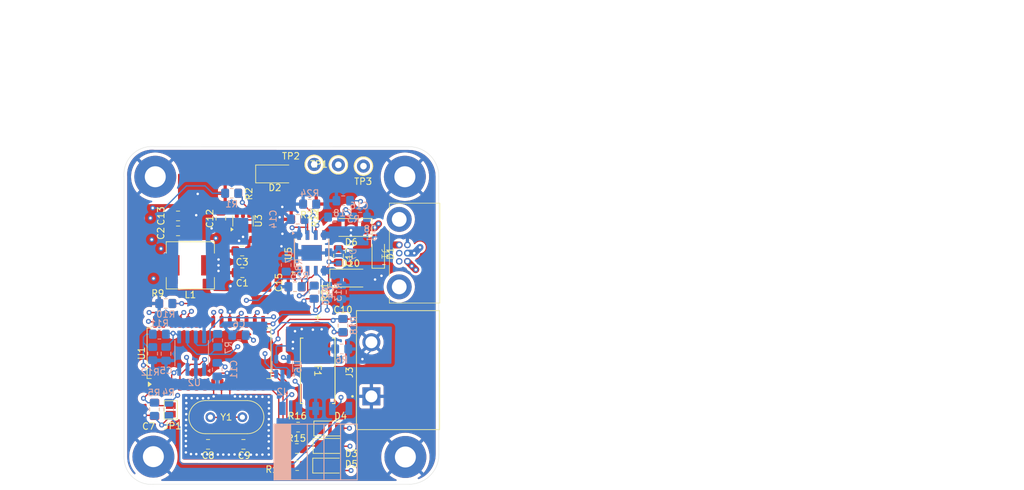
<source format=kicad_pcb>
(kicad_pcb (version 20240108) (generator "pcbnew") (generator_version "8.0")
  (layers (0 "F.Cu" signal) (1 "In1.Cu" signal) (2 "In2.Cu" signal) (31 "B.Cu" signal) (34 "B.Paste" user) (35 "F.Paste" user) (36 "B.SilkS" user "B.Silkscreen") (37 "F.SilkS" user "F.Silkscreen") (38 "B.Mask" user) (39 "F.Mask" user) (44 "Edge.Cuts" user))
  (net 0 "")
  (net 1 "+12V")
  (net 2 "GND")
  (net 3 "+5V")
  (net 4 "Net-(JP1-A)")
  (net 5 "/OSC1")
  (net 6 "/OSC2")
  (net 7 "/5V_Current_Sense")
  (net 8 "/12V_Current_Sense")
  (net 9 "/Charge_Line")
  (net 10 "Net-(D3-K)")
  (net 11 "Net-(D4-K)")
  (net 12 "Net-(D5-K)")
  (net 13 "/CANL")
  (net 14 "+5V_SW")
  (net 15 "/CANH")
  (net 16 "/ICSPCLK")
  (net 17 "/~{MCLR}")
  (net 18 "/ICSPDAT")
  (net 19 "Net-(U1-~{MCLR})")
  (net 20 "/BATT_Voltage_Sense")
  (net 21 "/5V_Voltage_Sense")
  (net 22 "/Red_LED")
  (net 23 "/Blue_LED")
  (net 24 "/White_LED")
  (net 25 "/CAN_TX")
  (net 26 "/CAN_RX")
  (net 27 "/12V_Fuse_FLT")
  (net 28 "+BATT")
  (net 29 "/BATT_Current_Sense")
  (net 30 "/Charge Circuitry+12V-5V Buck/SW_PIN")
  (net 31 "/5V_Fuse_FLT")
  (net 32 "Net-(U7-DVDT)")
  (net 33 "Net-(U5-DVDT)")
  (net 34 "/Charge Circuitry+12V-5V Buck/BATT_ISense_-")
  (net 35 "/Charge Circuitry+12V-5V Buck/BATT_ISense_+")
  (net 36 "Net-(U7-OVCSEL)")
  (net 37 "Net-(R18-Pad2)")
  (net 38 "/12V_RST")
  (net 39 "/5V_Fuse_RST{slash}EN")
  (net 46 "Net-(U3-VBST)")
  (net 47 "Net-(U3-VFB)")
  (net 48 "/Charge Circuitry+12V-5V Buck/Buck_In")
  (net 50 "Net-(D6-A)")
  (net 51 "/Charge Circuitry+12V-5V Buck/12V_Fuse_In")
  (footprint "Diode_SMD:D_SOD-128" (layer "F.Cu") (at 169.7575 82.11 180)
    (property "Reference" "D6")
    (property "Value" "PMEG3030EP")
  )
  (footprint "Diode_SMD:Nexperia_CFP3_SOD-123W" (layer "F.Cu") (at 173.88 86.0775 90)
    (property "Reference" "D1")
    (property "Value" "PMEG2010ER")
  )
  (footprint "LED_SMD:LED_1206_3216Metric_Pad1.42x1.75mm_HandSolder" (layer "F.Cu") (at 166.4025 115.46)
    (property "Reference" "D3")
    (property "Value" "RED")
  )
  (footprint "MountingHole:MountingHole_3.2mm_M3_Pad" (layer "F.Cu") (at 178.02 117.15)
    (property "Reference" "H1" (hide yes))
    (property "Value" "MountingHole_Pad")
  )
  (footprint "Resistor_SMD:R_0805_2012Metric_Pad1.20x1.40mm_HandSolder" (layer "F.Cu") (at 151.51 76.89 180)
    (property "Reference" "R2")
    (property "Value" "10k")
  )
  (footprint "MountingHole:MountingHole_3.2mm_M3_Pad" (layer "F.Cu") (at 139.55 117.1)
    (property "Reference" "H4" (hide yes))
    (property "Value" "MountingHole_Pad")
  )
  (footprint "TestPoint:TestPoint_Keystone_5000-5004_Miniature" (layer "F.Cu") (at 164.1 72.49)
    (property "Reference" "TP2")
    (property "Value" "5V_SW")
  )
  (footprint "Resistor_SMD:R_0805_2012Metric_Pad1.20x1.40mm_HandSolder" (layer "F.Cu") (at 161.645 112.59 180)
    (property "Reference" "R16")
    (property "Value" "120R")
  )
  (footprint "Capacitor_SMD:C_0805_2012Metric_Pad1.18x1.45mm_HandSolder" (layer "F.Cu") (at 168.51 97.1325 90)
    (property "Reference" "C10")
    (property "Value" "1.6nF")
  )
  (footprint "Capacitor_SMD:C_0805_2012Metric_Pad1.18x1.45mm_HandSolder" (layer "F.Cu") (at 143.3175 82.635)
    (property "Reference" "C2")
    (property "Value" "22uF")
  )
  (footprint "TPS259620DDAR:SOIC_20DDAR_TEX" (layer "F.Cu") (at 163.72 85.98 90)
    (property "Reference" "U5")
    (property "Value" "TPS259620DDAR")
  )
  (footprint "Diode_SMD:D_SOD-128" (layer "F.Cu") (at 158.33 73.94)
    (property "Reference" "D2")
    (property "Value" "PMEG3030EP")
  )
  (footprint "canhw_footprints:connector_Harwin_G125–MG10605M4P" (layer "F.Cu") (at 177.08 86.03 90)
    (property "Reference" "J1")
    (property "Value" "Harwin_G125–MH10605M4P")
  )
  (footprint "Resistor_SMD:R_0805_2012Metric_Pad1.20x1.40mm_HandSolder" (layer "F.Cu") (at 141.45 93.72)
    (property "Reference" "R9")
    (property "Value" "220k")
  )
  (footprint "Resistor_SMD:R_0805_2012Metric_Pad1.20x1.40mm_HandSolder" (layer "F.Cu") (at 161.59 80.87 180)
    (property "Reference" "R22")
    (property "Value" "475R")
  )
  (footprint "Capacitor_SMD:C_0805_2012Metric_Pad1.18x1.45mm_HandSolder" (layer "F.Cu") (at 153.2975 115.22 180)
    (property "Reference" "C9")
    (property "Value" "27pF")
  )
  (footprint "LED_SMD:LED_1206_3216Metric_Pad1.42x1.75mm_HandSolder" (layer "F.Cu") (at 166.5075 112.8)
    (property "Reference" "D4")
    (property "Value" "BLUE")
  )
  (footprint "Resistor_SMD:R_0805_2012Metric_Pad1.20x1.40mm_HandSolder" (layer "F.Cu") (at 161.45 115.86 180)
    (property "Reference" "R15")
    (property "Value" "220R")
  )
  (footprint "Capacitor_SMD:C_0805_2012Metric_Pad1.18x1.45mm_HandSolder" (layer "F.Cu") (at 153.0975 85.705 180)
    (property "Reference" "C3")
    (property "Value" "10uF")
  )
  (footprint "0154005.DRL:0154Series_LTF" (layer "F.Cu") (at 164.64 103.9923 -90)
    (property "Reference" "F1")
    (property "Value" "0154005.DRL")
  )
  (footprint "Capacitor_SMD:C_0805_2012Metric_Pad1.18x1.45mm_HandSolder" (layer "F.Cu") (at 153.135 89.015 180)
    (property "Reference" "C1")
    (property "Value" "10uF")
  )
  (footprint "Diode_SMD:D_SOD-128" (layer "F.Cu") (at 169.64 89.84)
    (property "Reference" "D10")
    (property "Value" "PMEG3030EP")
  )
  (footprint "Resistor_SMD:R_0805_2012Metric_Pad1.20x1.40mm_HandSolder" (layer "F.Cu") (at 163.41 78.54 180)
    (property "Reference" "R23")
    (property "Value" "400k")
  )
  (footprint "Package_SO:SOIC-28W_7.5x18.7mm_P1.27mm" (layer "F.Cu") (at 148.05 101.32 90)
    (property "Reference" "U1")
    (property "Value" "PIC18F26K83-I/SO")
  )
  (footprint "MountingHole:MountingHole_3.2mm_M3_Pad" (layer "F.Cu") (at 139.84 74.37)
    (property "Reference" "H3" (hide yes))
    (property "Value" "MountingHole_Pad")
  )
  (footprint "Package_TO_SOT_SMD:SOT-23-6" (layer "F.Cu") (at 153.235 81.115 90)
    (property "Reference" "U3")
    (property "Value" "TPS563200")
  )
  (footprint "Capacitor_SMD:C_0805_2012Metric_Pad1.18x1.45mm_HandSolder" (layer "F.Cu") (at 149.85 80.7425 90)
    (property "Reference" "C12")
    (property "Value" "100nF")
  )
  (footprint "LED_SMD:LED_1206_3216Metric_Pad1.42x1.75mm_HandSolder" (layer "F.Cu") (at 166.3375 118.47)
    (property "Reference" "D5")
    (property "Value" "WHITE")
  )
  (footprint "TestPoint:TestPoint_Keystone_5000-5004_Miniature" (layer "F.Cu") (at 171.62 72.75)
    (property "Reference" "TP3")
    (property "Value" "12V_Voltage")
  )
  (footprint "Resistor_SMD:R_0805_2012Metric_Pad1.20x1.40mm_HandSolder" (layer "F.Cu") (at 161.5 118.47 180)
    (property "Reference" "R17")
    (property "Value" "120R")
  )
  (footprint "Resistor_SMD:R_0805_2012Metric_Pad1.20x1.40mm_HandSolder" (layer "F.Cu") (at 164.08 91.99 -90)
    (property "Reference" "R21")
    (property "Value" "50k")
  )
  (footprint "Capacitor_SMD:C_0805_2012Metric_Pad1.18x1.45mm_HandSolder" (layer "F.Cu") (at 143.3175 80.355)
    (property "Reference" "C13")
    (property "Value" "22uF")
  )
  (footprint "Capacitor_SMD:C_0805_2012Metric_Pad1.18x1.45mm_HandSolder" (layer "F.Cu") (at 139.73 109.8825 -90)
    (property "Reference" "C7")
    (property "Value" "0.1uF")
  )
  (footprint "Inductor_SMD:L_Wuerth_HCM-7050" (layer "F.Cu") (at 145.19 87.89 180)
    (property "Reference" "L1")
    (property "Value" "3.3uH")
  )
  (footprint "Capacitor_SMD:C_0805_2012Metric_Pad1.18x1.45mm_HandSolder" (layer "F.Cu") (at 147.8975 115.22)
    (property "Reference" "C8")
    (property "Value" "27pF")
  )
  (footprint "Capacitor_SMD:C_0805_2012Metric_Pad1.18x1.45mm_HandSolder" (layer "F.Cu") (at 161.1825 91.16 180)
    (property "Reference" "C15")
    (property "Value" "4.2nF")
  )
  (footprint "Jumper:SolderJumper-2_P1.3mm_Open_Pad1.0x1.5mm" (layer "F.Cu") (at 142.21 109.96 -90)
    (property "Reference" "JP1")
    (property "Value" "Solder Jumper")
  )
  (footprint "canhw_footprints:TE_2-1437667-4" (layer "F.Cu") (at 172.8305 107.8905 90)
    (property "Reference" "J3")
    (property "Value" "4DB-P108-02")
  )
  (footprint "Crystal:Crystal_HC49-4H_Vertical" (layer "F.Cu") (at 153.135 111.07 180)
    (property "Reference" "Y1")
    (property "Value" "12 MHz")
  )
  (footprint "MountingHole:MountingHole_3.2mm_M3_Pad" (layer "F.Cu") (at 177.94 74.37)
    (property "Reference" "H2" (hide yes))
    (property "Value" "MountingHole_Pad")
  )
  (footprint "Capacitor_SMD:C_0805_2012Metric_Pad1.18x1.45mm_HandSolder" (layer "F.Cu") (at 167.8125 86.437075 90)
    (property "Reference" "C17")
    (property "Value" "0.1uF")
  )
  (footprint "TestPoint:TestPoint_Keystone_5000-5004_Miniature" (layer "F.Cu") (at 167.79 72.55)
    (property "Reference" "TP1")
    (property "Value" "5V")
  )
  (footprint "TPS259620DDAR:SOIC_20DDAR_TEX" (layer "B.Cu") (at 163.6975 86 -90)
    (property "Reference" "U7")
    (property "Value" "TPS259620DDAR")
  )
  (footprint "Capacitor_SMD:C_0805_2012Metric_Pad1.18x1.45mm_HandSolder" (layer "B.Cu") (at 171.11 80.56)
    (property "Reference" "C16")
    (property "Value" "0.1uF")
  )
  (footprint "Resistor_SMD:R_0805_2012Metric_Pad1.20x1.40mm_HandSolder" (layer "B.Cu") (at 159.82 87.85 90)
    (property "Reference" "R8")
    (property "Value" "400k")
  )
  (footprint "Capacitor_SMD:C_0805_2012Metric_Pad1.18x1.45mm_HandSolder" (layer "B.Cu") (at 152.6125 98.55 180)
    (property "Reference" "C6")
    (property "Value" "0.1uF")
  )
  (footprint "Resistor_SMD:R_0805_2012Metric_Pad1.20x1.40mm_HandSolder" (layer "B.Cu") (at 140.46 98.41 180)
    (property "Reference" "R11")
    (property "Value" "15k")
  )
  (footprint "Resistor_SMD:R_0805_2012Metric_Pad1.20x1.40mm_HandSolder" (layer "B.Cu") (at 161.1675 91.15 180)
    (property "Reference" "R25")
    (property "Value" "475R")
  )
  (footprint "Resistor_SMD:R_0805_2012Metric_Pad1.20x1.40mm_HandSolder" (layer "B.Cu") (at 164.09 91.99 90)
    (property "Reference" "R20")
    (property "Value" "400k")
  )
  (footprint "Capacitor_SMD:C_0805_2012Metric_Pad1.18x1.45mm_HandSolder" (layer "B.Cu") (at 168.5275 78.03 180)
    (property "Reference" "C18")
    (property "Value" "1uF")
  )
  (footprint "Capacitor_SMD:C_0805_2012Metric_Pad1.18x1.45mm_HandSolder" (layer "B.Cu") (at 149.3 103.8125 -90)
    (property "Reference" "C11")
    (property "Value" "1.0uF")
  )
  (footprint "Resistor_SMD:R_0805_2012Metric_Pad1.20x1.40mm_HandSolder" (layer "B.Cu") (at 139.71 109.86 -90)
    (property "Reference" "R5")
    (property "Value" "120R")
  )
  (footprint "Tutorial_Footprints:PinHeader_5x2.54_SMD_90deg_952-3198-1-ND" (layer "B.Cu") (at 159.24 109.74)
    (property "Reference" "J2")
    (property "Value" "Programming Connector")
  )
  (footprint "Capacitor_SMD:C_0805_2012Metric_Pad1.18x1.45mm_HandSolder" (layer "B.Cu") (at 168.2575 91.98 -90)
    (property "Reference" "C4")
    (property "Value" "1uF")
  )
  (footprint "Resistor_SMD:R_0805_2012Metric_Pad1.20x1.40mm_HandSolder" (layer "B.Cu") (at 167.2175 80.53 180)
    (property "Reference" "R3")
    (property "Value" "20k")
  )
  (footprint "Resistor_SMD:R_0805_2012Metric_Pad1.20x1.40mm_HandSolder" (layer "B.Cu") (at 141.89 109.87 -90)
    (property "Reference" "R4")
    (property "Value" "10k")
  )
  (footprint "Package_SO:SOIC-8_3.9x4.9mm_P1.27mm" (layer "B.Cu") (at 145.395 101.305 90)
    (property "Reference" "U2")
    (property "Value" "MCP2562")
  )
  (footprint "Resistor_SMD:R_0805_2012Metric_Pad1.20x1.40mm_HandSolder" (layer "B.Cu") (at 163.41 78.55 180)
    (property "Reference" "R24")
    (property "Value" "50k")
  )
  (footprint "Resistor_SMD:R_0805_2012Metric_Pad1.20x1.40mm_HandSolder" (layer "B.Cu") (at 166.1275 91.99 90)
    (property "Reference" "R13")
    (property "Value" "20k")
  )
  (footprint "Resistor_SMD:R_0805_2012Metric_Pad1.20x1.40mm_HandSolder" (layer "B.Cu") (at 149.36 99.36 -90)
    (property "Reference" "R7")
    (property "Value" "120R (DNP)")
  )
  (footprint "Package_TO_SOT_SMD:SOT-23-5" (layer "B.Cu") (at 159.25 103.35 90)
    (property "Reference" "U6")
    (property "Value" "INA180A3")
  )
  (footprint "Resistor_SMD:R_0805_2012Metric_Pad1.20x1.40mm_HandSolder" (layer "B.Cu") (at 151.5 76.89)
    (property "Reference" "R1")
    (property "Value" "56.2k")
  )
  (footprint "Resistor_SMD:R_0805_2012Metric_Pad1.20x1.40mm_HandSolder" (layer "B.Cu") (at 168.3 100.66)
    (property "Reference" "R6")
    (property "Value" "10mR")
  )
  (footprint "Resistor_SMD:R_0805_2012Metric_Pad1.20x1.40mm_HandSolder" (layer "B.Cu") (at 141.44 93.72)
    (property "Reference" "R10")
    (property "Value" "47k")
  )
  (footprint "Resistor_SMD:R_0805_2012Metric_Pad1.20x1.40mm_HandSolder" (layer "B.Cu") (at 139.44 101.37 90)
    (property "Reference" "R12")
    (property "Value" "10k")
  )
  (footprint "Capacitor_SMD:C_0805_2012Metric_Pad1.18x1.45mm_HandSolder" (layer "B.Cu") (at 141.48 101.3925 -90)
    (property "Reference" "C5")
    (property "Value" "10uF")
  )
  (footprint "DF2S14P2FU:DF2S14P2FU" (layer "B.Cu") (at 167.825 86.399575 -90)
    (property "Reference" "D7")
    (property "Value" "DF2S14P2FU")
  )
  (footprint "Diode_SMD:D_SOD-923" (layer "B.Cu") (at 172.6375 83.53 180)
    (property "Reference" "D8")
    (property "Value" "D5V0F1U2S9-7")
  )
  (footprint "Capacitor_SMD:C_0805_2012Metric_Pad1.18x1.45mm_HandSolder" (layer "B.Cu") (at 161.5825 80.85 180)
    (property "Reference" "C14")
    (property "Value" "2.8nF")
  )
  (footprint "Resistor_SMD:R_0805_2012Metric_Pad1.20x1.40mm_HandSolder" (layer "B.Cu") (at 168.49 97.06 90)
    (property "Reference" "R18")
    (property "Value" "500R")
  )
  (gr_arc (start 178.530194 69.779806) (mid 181.77054 71.09731) (end 183.130194 74.320196) (stroke (width 0.0508)) (layer "Edge.Cuts"))
  (gr_line (start 139.78 69.77) (end 178.530194 69.779806) (stroke (width 0.05)) (layer "Edge.Cuts"))
  (gr_line (start 135.062912 117.130988) (end 135.062912 74.389633) (stroke (width 0.05)) (layer "Edge.Cuts"))
  (gr_line (start 178.599803 121.310194) (end 139.578145 121.310194) (stroke (width 0.05)) (layer "Edge.Cuts"))
  (gr_arc (start 139.578145 121.310193) (mid 136.38951 120.226467) (end 135.062912 117.130988) (stroke (width 0.0508)) (layer "Edge.Cuts"))
  (gr_arc (start 135.062913 74.389633) (mid 136.337764 70.973684) (end 139.779871 69.771249) (stroke (width 0.0508)) (layer "Edge.Cuts"))
  (gr_line (start 183.130194 74.320197) (end 183.140193 116.71013) (stroke (width 0.05)) (layer "Edge.Cuts"))
  (gr_arc (start 183.140193 116.71013) (mid 181.822712 119.950517) (end 178.599803 121.310194) (stroke (width 0.0508)) (layer "Edge.Cuts"))
  (segment (start 179.60589 88.55589) (end 178.33 87.28) (width 1.06) (layer "F.Cu") (net 1))
  (segment (start 173.37 82.11) (end 173.92 81.56) (width 1.08162) (layer "F.Cu") (net 1))
  (segment (start 171.9575 82.11) (end 173.37 82.11) (width 1.08162) (layer "F.Cu") (net 1))
  (via (at 173.37 82.11) (size 0.762) (drill 0.381) (layers "F.Cu" "B.Cu") (net 1))
  (via (at 179 88) (size 0.762) (drill 0.381) (layers "F.Cu" "B.Cu") (net 1))
  (via (at 171.17 78.14) (size 0.762) (drill 0.381) (layers "F.Cu" "B.Cu") (net 1))
  (via (at 179.60589 88.55589) (size 0.762) (drill 0.381) (layers "F.Cu" "B.Cu") (net 1))
  (via (at 173.92 81.56) (size 0.762) (drill 0.381) (layers "F.Cu" "B.Cu") (net 1))
  (segment (start 171.17 78.14) (end 171.06 78.03) (width 0.2032) (layer "B.Cu") (net 1))
  (segment (start 171.06 78.03) (end 169.565 78.03) (width 0.2032) (layer "B.Cu") (net 1))
  (segment (start 168.51 96.095) (end 169.985 96.095) (width 0.2032) (layer "F.Cu") (net 2))
  (segment (start 151.225 94.975) (end 151.25 94.95) (width 0.2032) (layer "F.Cu") (net 2))
  (segment (start 168.979575 85.399575) (end 167.8125 85.399575) (width 0.2032) (layer "F.Cu") (net 2))
  (segment (start 148.685 105.220001) (end 148.685 106.12) (width 0.2032) (layer "F.Cu") (net 2))
  (segment (start 151.225 96.52) (end 151.225 94.975) (width 0.2032) (layer "F.Cu") (net 2))
  (segment (start 139.6 110.79) (end 139.73 110.92) (width 0.2032) (layer "F.Cu") (net 2))
  (segment (start 160.52 85.98) (end 163.72 85.98) (width 1.06) (layer "F.Cu") (net 2))
  (segment (start 162.8942 92.99) (end 164.08 92.99) (width 0.2032) (layer "F.Cu") (net 2))
  (segment (start 169.985 96.095) (end 169.99 96.1) (width 0.2032) (layer "F.Cu") (net 2))
  (segment (start 148.75 107.9) (end 148.75 106.185) (width 0.2032) (layer "F.Cu") (net 2))
  (segment (start 169.25 85.67) (end 168.979575 85.399575) (width 0.2032) (layer "F.Cu") (net 2))
  (segment (start 148.75 106.185) (end 148.685 106.12) (width 0.2032) (layer "F.Cu") (net 2))
  (segment (start 150.8 104.35) (end 149.555001 104.35) (width 0.2032) (layer "F.Cu") (net 2))
  (segment (start 162.53 93.3542) (end 162.8942 92.99) (width 0.2032) (layer "F.Cu") (net 2))
  (segment (start 160.145 86.355) (end 160.52 85.98) (width 1.06) (layer "F.Cu") (net 2))
  (segment (start 161.815 88.70415) (end 160.26915 88.70415) (width 1.06) (layer "F.Cu") (net 2))
  (segment (start 149.555001 104.35) (end 148.685 105.220001) (width 0.2032) (layer "F.Cu") (net 2))
  (segment (start 138.21 110.79) (end 139.6 110.79) (width 0.2032) (layer "F.Cu") (net 2))
  (via (at 144.58 109.76) (size 0.762) (drill 0.381) (layers "F.Cu" "B.Cu") (net 2))
  (via (at 154.44 107.94) (size 0.762) (drill 0.381) (layers "F.Cu" "B.Cu") (net 2))
  (via (at 144.58 108.92) (size 0.762) (drill 0.381) (layers "F.Cu" "B.Cu") (net 2))
  (via (at 152.79 107.91) (size 0.762) (drill 0.381) (layers "F.Cu" "B.Cu") (net 2))
  (via (at 162.53 93.3542) (size 0.762) (drill 0.381) (layers "F.Cu" "B.Cu") (net 2))
  (via (at 138.21 110.79) (size 0.762) (drill 0.381) (layers "F.Cu" "B.Cu") (net 2))
  (via (at 157.15 113.1) (size 0.762) (drill 0.381) (layers "F.Cu" "B.Cu") (net 2))
  (via (at 145.4 108.16) (size 0.762) (drill 0.381) (layers "F.Cu" "B.Cu") (net 2))
  (via (at 159.23 78.98) (size 0.762) (drill 0.381) (layers "F.Cu" "B.Cu") (net 2))
  (via (at 146.09 80.24) (size 0.762) (drill 0.381) (layers "F.Cu" "B.Cu") (net 2))
  (via (at 150.8 104.35) (size 0.762) (drill 0.381) (layers "F.Cu" "B.Cu") (net 2))
  (via (at 157.17 116.78) (size 0.762) (drill 0.381) (layers "F.Cu" "B.Cu") (net 2))
  (via (at 157.17 114.78) (size 0.762) (drill 0.381) (layers "F.Cu" "B.Cu") (net 2))
  (via (at 151.32 91.07) (size 0.762) (drill 0.381) (layers "F.Cu" "B.Cu") (net 2))
  (via (at 158.83 80.55) (size 0.762) (drill 0.381) (layers "F.Cu" "B.Cu") (net 2))
  (via (at 157.16 112.25) (size 0.762) (drill 0.381) (layers "F.Cu" "B.Cu") (net 2))
  (via (at 157.18 111.37) (size 0.762) (drill 0.381) (layers "F.Cu" "B.Cu") (net 2))
  (via (at 153.59 116.79) (size 0.762) (drill 0.381) (layers "F.Cu" "B.Cu") (net 2))
  (via (at 157.19 109.72) (size 0.762) (drill 0.381) (layers "F.Cu" "B.Cu") (net 2))
  (via (at 154.44 116.8) (size 0.762) (drill 0.381) (layers "F.Cu" "B.Cu") (net 2))
  (via (at 148.56 116.76) (size 0.762) (drill 0.381) (layers "F.Cu" "B.Cu") (net 2))
  (via (at 156.2 107.96) (size 0.762) (drill 0.381) (layers "F.Cu" "B.Cu") (net 2))
  (via (at 147.97 108.16) (size 0.762) (drill 0.381) (layers "F.Cu" "B.Cu") (net 2))
  (via (at 169.25 85.67) (size 0.762) (drill 0.381) (layers "F.Cu" "B.Cu") (net 2))
  (via (at 155.27 107.95) (size 0.762) (drill 0.381) (layers "F.Cu" "B.Cu") (net 2))
  (via (at 152 107.9) (size 0.762) (drill 0.381) (layers "F.Cu" "B.Cu") (net 2))
  (via (at 147.79 116.74) (size 0.762) (drill 0.381) (layers "F.Cu" "B.Cu") (net 2))
  (via (at 151.25 94.95) (size 0.762) (drill 0.381) (layers "F.Cu" "B.Cu") (net 2))
  (via (at 159.1 84.99) (size 0.762) (drill 0.381) (layers "F.Cu" "B.Cu") (net 2))
  (via (at 144.55 111.49) (size 0.762) (drill 0.381) (layers "F.Cu" "B.Cu") (net 2))
  (via (at 146.28 108.18) (size 0.762) (drill 0.381) (layers "F.Cu" "B.Cu") (net 2))
  (via (at 146.1 116.71) (size 0.762) (drill 0.381) (layers "F.Cu" "B.Cu") (net 2))
  (via (at 156.2 116.79) (size 0.762) (drill 0.381) (layers "F.Cu" "B.Cu") (net 2))
  (via (at 157.2 110.53) (size 0.762) (drill 0.381) (layers "F.Cu" "B.Cu") (net 2))
  (via (at 147.13 108.19) (size 0.762) (drill 0.381) (layers "F.Cu" "B.Cu") (net 2))
  (via (at 145.29 116.71) (size 0.762) (drill 0.381) (layers "F.Cu" "B.Cu") (net 2))
  (via (at 155.32 116.8) (size 0.762) (drill 0.381) (layers "F.Cu" "B.Cu") (net 2))
  (via (at 150.22 116.78) (size 0.762) (drill 0.381) (layers "F.Cu" "B.Cu") (net 2))
  (via (at 149.08 83.76) (size 0.762) (drill 0.381) (layers "F.Cu" "B.Cu") (net 2))
  (via (at 157.19 108.83) (size 0.762) (drill 0.381) (layers "F.Cu" "B.Cu") (net 2))
  (via (at 157.13 115.82) (size 0.762) (drill 0.381) (layers "F.Cu" "B.Cu") (net 2))
  (via (at 151.07 116.79) (size 0.762) (drill 0.381) (layers "F.Cu" "B.Cu") (net 2))
  (via (at 144.5158 113.92) (size 0.762) (drill 0.381) (layers "F.Cu" "B.Cu") (net 2))
  (via (at 157.15 113.94) (size 0.762) (drill 0.381) (layers "F.Cu" "B.Cu") (net 2))
  (via (at 144.57 110.61) (size 0.762) (drill 0.381) (layers "F.Cu" "B.Cu") (net 2))
  (via (at 157.15 107.99) (size 0.762) (drill 0.381) (layers "F.Cu" "B.Cu") (net 2))
  (via (at 146.32 76.99) (size 0.762) (drill 0.381) (layers "F.Cu" "B.Cu") (net 2))
  (via (at 151.94 116.76) (size 0.762) (drill 0.381) (layers "F.Cu" "B.Cu") (net 2))
  (via (at 169.99 96.1) (size 0.762) (drill 0.381) (layers "F.Cu" "B.Cu") (net 2))
  (via (at 148.75 107.9) (size 0.762) (drill 0.381) (layers "F.Cu" "B.Cu") (net 2))
  (via (at 144.5158 113.12) (size 0.762) (drill 0.381) (layers "F.Cu" "B.Cu") (net 2))
  (via (at 144.53 112.33) (size 0.762) (drill 0.381) (layers "F.Cu" "B.Cu") (net 2))
  (via (at 144.56 108.14) (size 0.762) (drill 0.381) (layers "F.Cu" "B.Cu") (net 2))
  (via (at 153.61 107.92) (size 0.762) (drill 0.381) (layers "F.Cu" "B.Cu") (net 2))
  (via (at 149.4 116.78) (size 0.762) (drill 0.381) (layers "F.Cu" "B.Cu") (net 2))
  (via (at 159.25 83.08) (size 0.762) (drill 0.381) (layers "F.Cu" "B.Cu") (net 2))
  (via (at 146.98 116.73) (size 0.762) (drill 0.381) (layers "F.Cu" "B.Cu") (net 2))
  (via (at 144.5158 115.48) (size 0.762) (drill 0.381) (layers "F.Cu" "B.Cu") (net 2))
  (via (at 152.78 116.78) (size 0.762) (drill 0.381) (layers "F.Cu" "B.Cu") (net 2))
  (via (at 144.5158 114.71) (size 0.762) (drill 0.381) (layers "F.Cu" "B.Cu") (net 2))
  (via (at 144.5158 116.45) (size 0.762) (drill 0.381) (layers "F.Cu" "B.Cu") (net 2))
  (segment (start 147.3 98.83) (end 147.3 97.25) (width 0.2032) (layer "B.Cu") (net 2))
  (segment (start 160.82335 83.27585) (end 161.7925 83.27585) (width 1.06) (layer "B.Cu") (net 2))
  (segment (start 161.58 86) (end 161.03 85.45) (width 1.06) (layer "B.Cu") (net 2))
  (segment (start 159.25 104.4875) (end 159.25 105.9) (width 0.6) (layer "B.Cu") (net 2))
  (segment (start 160.1675 91.15) (end 159.9475 91.15) (width 0.2032) (layer "B.Cu") (net 2))
  (segment (start 151.24 98.595) (end 151.205 98.56) (width 0.2032) (layer "B.Cu") (net 2))
  (segment (start 163.6975 86) (end 161.58 86) (width 1.06) (layer "B.Cu") (net 2))
  (segment (start 167.86 119.21) (end 167.85 119.2) (width 0.2032) (layer "F.Cu") (net 3))
  (segment (start 169.48 112.76) (end 168.035 112.76) (width 0.2032) (layer "F.Cu") (net 3))
  (segment (start 169.72 119.21) (end 167.86 119.21) (width 0.2032) (layer "F.Cu") (net 3))
  (segment (start 149.955 96.52) (end 149.955 95.025) (width 0.2032) (layer "F.Cu") (net 3))
  (segment (start 168.035 112.76) (end 167.995 112.8) (width 0.2032) (layer "F.Cu") (net 3))
  (segment (start 169.56 115.5) (end 167.93 115.5) (width 0.2032) (layer "F.Cu") (net 3))
  (segment (start 167.93 115.5) (end 167.89 115.46) (width 0.2032) (layer "F.Cu") (net 3))
  (segment (start 149.955 95.025) (end 149.86 94.93) (width 0.2032) (layer "F.Cu") (net 3))
  (segment (start 139.45 79.14) (end 141.2 79.14) (width 0.2032) (layer "F.Cu") (net 3))
  (via (at 139.57 89.9) (size 0.762) (drill 0.381) (layers "F.Cu" "B.Cu") (net 3))
  (via (at 143.26 107.74) (size 0.762) (drill 0.381) (layers "F.Cu" "B.Cu") (net 3))
  (via (at 169.48 112.76) (size 0.762) (drill 0.381) (layers "F.Cu" "B.Cu") (net 3))
  (via (at 169.56 115.5) (size 0.762) (drill 0.381) (layers "F.Cu" "B.Cu") (net 3))
  (via (at 169.72 119.21) (size 0.762) (drill 0.381) (layers "F.Cu" "B.Cu") (net 3))
  (via (at 154.83 99.33) (size 0.762) (drill 0.381) (layers "F.Cu" "B.Cu") (net 3))
  (via (at 168.92 79.39) (size 0.762) (drill 0.381) (layers "F.Cu" "B.Cu") (net 3))
  (via (at 168.19 108.05) (size 0.762) (drill 0.381) (layers "F.Cu" "B.Cu") (net 3))
  (via (at 169.7 83.34) (size 0.762) (drill 0.381) (layers "F.Cu" "B.Cu") (net 3))
  (via (at 139.3 83.96) (size 0.762) (drill 0.381) (layers "F.Cu" "B.Cu") (net 3))
  (via (at 159.4 101.95) (size 0.762) (drill 0.381) (layers "F.Cu" "B.Cu") (net 3))
  (via (at 139.1 80.68) (size 0.762) (drill 0.381) (layers "F.Cu" "B.Cu") (net 3))
  (via (at 140.715 85.345) (size 0.762) (drill 0.381) (layers "F.Cu" "B.Cu") (net 3))
  (via (at 166.09 94.74) (size 0.762) (drill 0.381) (layers "F.Cu" "B.Cu") (net 3))
  (via (at 139.45 79.14) (size 0.762) (drill 0.381) (layers "F.Cu" "B.Cu") (net 3))
  (via (at 144.62 101.94) (size 0.762) (drill 0.381) (layers "F.Cu" "B.Cu") (net 3))
  (via (at 142.56 98.27) (size 0.762) (drill 0.381) (layers "F.Cu" "B.Cu") (net 3))
  (via (at 150.5 103.4) (size 0.762) (drill 0.381) (layers "F.Cu" "B.Cu") (net 3))
  (via (at 169.72 82.53) (size 0.762) (drill 0.381) (layers "F.Cu" "B.Cu") (net 3))
  (via (at 169.69 84.25) (size 0.762) (drill 0.381) (layers "F.Cu" "B.Cu") (net 3))
  (via (at 149.86 94.93) (size 0.762) (drill 0.381) (layers "F.Cu" "B.Cu") (net 3))
  (segment (start 168.19 108.75) (end 167.2 109.74) (width 0.2032) (layer "B.Cu") (net 3))
  (segment (start 166.09 94.74) (end 166.09 93.0275) (width 0.2032) (layer "B.Cu") (net 3))
  (segment (start 160.2 102.2125) (end 159.6625 102.2125) (width 0.2032) (layer "B.Cu") (net 3))
  (segment (start 148.57 76.89) (end 150.5 76.89) (width 0.2032) (layer "B.Cu") (net 3))
  (segment (start 142.56 98.27) (end 141.6 98.27) (width 0.2032) (layer "B.Cu") (net 3))
  (segment (start 141.6 98.27) (end 141.46 98.41) (width 0.2032) (layer "B.Cu") (net 3))
  (segment (start 168.19 108.05) (end 168.19 108.75) (width 0.2032) (layer "B.Cu") (net 3))
  (segment (start 165.6025 83.27585) (end 166.83415 83.27585) (width 1.06) (layer "B.Cu") (net 3))
  (segment (start 149.3 102.775) (end 149.875 102.775) (width 0.2032) (layer "B.Cu") (net 3))
  (segment (start 168.2175 80.53) (end 168.2175 80.0925) (width 0.2032) (layer "B.Cu") (net 3))
  (segment (start 159.6625 102.2125) (end 159.4 101.95) (width 0.2032) (layer "B.Cu") (net 3))
  (segment (start 170.0725 80.5425) (end 168.92 79.39) (width 0.2032) (layer "B.Cu") (net 3))
  (segment (start 170.0725 80.56) (end 170.0725 80.5425) (width 0.2032) (layer "B.Cu") (net 3))
  (segment (start 142.13 108.87) (end 141.89 108.87) (width 0.2032) (layer "B.Cu") (net 3))
  (segment (start 147.45 75.77) (end 148.57 76.89) (width 0.2032) (layer "B.Cu") (net 3))
  (segment (start 144.76 103.78) (end 144.76 102.08) (width 0.2032) (layer "B.Cu") (net 3))
  (segment (start 142.56 98.27) (end 142.56 99.275) (width 0.2032) (layer "B.Cu") (net 3))
  (segment (start 142.56 98.27) (end 142.93 98.27) (width 0.2032) (layer "B.Cu") (net 3))
  (segment (start 154.05 98.55) (end 154.83 99.33) (width 0.2032) (layer "B.Cu") (net 3))
  (segment (start 144.6 75.77) (end 147.45 75.77) (width 0.2032) (layer "B.Cu") (net 3))
  (segment (start 166.09 93.0275) (end 166.1275 92.99) (width 0.2032) (layer "B.Cu") (net 3))
  (segment (start 139.45 79.14) (end 141.23 79.14) (width 0.2032) (layer "B.Cu") (net 3))
  (segment (start 153.65 98.55) (end 154.05 98.55) (width 0.2032) (layer "B.Cu") (net 3))
  (segment (start 168.2175 80.0925) (end 168.92 79.39) (width 0.2032) (layer "B.Cu") (net 3))
  (segment (start 144.76 102.08) (end 144.62 101.94) (width 0.2032) (layer "B.Cu") (net 3))
  (segment (start 141.23 79.14) (end 144.6 75.77) (width 0.2032) (layer "B.Cu") (net 3))
  (segment (start 142.93 98.27) (end 143.49 98.83) (width 0.2032) (layer "B.Cu") (net 3))
  (segment (start 149.875 102.775) (end 150.5 103.4) (width 0.2032) (layer "B.Cu") (net 3))
  (segment (start 166.83415 83.27585) (end 167.02 83.09) (width 1.06) (layer "B.Cu") (net 3))
  (segment (start 143.26 107.74) (end 142.13 108.87) (width 0.2032) (layer "B.Cu") (net 3))
  (segment (start 142.56 99.275) (end 141.48 100.355) (width 0.2032) (layer "B.Cu") (net 3))
  (segment (start 142.21 109.31) (end 140.195 109.31) (width 0.2032) (layer "F.Cu") (net 4))
  (segment (start 140.195 109.31) (end 139.73 108.845) (width 0.2032) (layer "F.Cu") (net 4))
  (segment (start 149.95 110.7075) (end 149.545 111.1125) (width 0.2032) (layer "F.Cu") (net 5))
  (segment (start 149.95 111.4725) (end 149.95 114.2275) (width 0.2032) (layer "F.Cu") (net 5))
  (segment (start 149.95 114.2275) (end 148.915 115.2625) (width 0.2032) (layer "F.Cu") (net 5))
  (segment (start 149.95 111.4725) (end 149.59 111.1125) (width 0.2032) (layer "F.Cu") (net 5))
  (segment (start 149.545 111.1125) (end 148.04 111.1125) (width 0.2032) (layer "F.Cu") (net 5))
  (segment (start 149.95 110.6725) (end 149.95 110.7075) (width 0.2032) (layer "F.Cu") (net 5))
  (segment (start 149.95 106.1625) (end 149.95 110.6725) (width 0.2032) (layer "F.Cu") (net 5))
  (segment (start 151.225 106.12) (end 151.225 110.63) (width 0.2032) (layer "F.Cu") (net 6))
  (segment (start 151.225 110.665) (end 151.63 111.07) (width 0.2032) (layer "F.Cu") (net 6))
  (segment (start 151.225 111.43) (end 151.225 114.185) (width 0.2032) (layer "F.Cu") (net 6))
  (segment (start 151.225 110.63) (end 151.225 110.665) (width 0.2032) (layer "F.Cu") (net 6))
  (segment (start 151.225 114.185) (end 152.26 115.22) (width 0.2032) (layer "F.Cu") (net 6))
  (segment (start 151.585 111.07) (end 151.63 111.07) (width 0.2032) (layer "F.Cu") (net 6))
  (segment (start 151.63 111.07) (end 153.135 111.07) (width 0.2032) (layer "F.Cu") (net 6))
  (segment (start 151.225 111.43) (end 151.585 111.07) (width 0.2032) (layer "F.Cu") (net 6))
  (segment (start 144.875 96.52) (end 144.875 95.395) (width 0.2032) (layer "F.Cu") (net 7))
  (segment (start 144.875 95.395) (end 145.36 94.91) (width 0.2032) (layer "F.Cu") (net 7))
  (via (at 153.75 93.24) (size 0.762) (drill 0.381) (layers "F.Cu" "B.Cu") (net 7))
  (via (at 145.36 94.91) (size 0.762) (drill 0.381) (layers "F.Cu" "B.Cu") (net 7))
  (segment (start 163.0625 89.95) (end 158.81 89.95) (width 0.2032) (layer "B.Cu") (net 7))
  (segment (start 158.81 89.95) (end 155.52 93.24) (width 0.2032) (layer "B.Cu") (net 7))
  (segment (start 163.0625 89.95) (end 163.0625 90.255) (width 0.2032) (layer "B.Cu") (net 7))
  (segment (start 163.0625 90.255) (end 162.1675 91.15) (width 0.2032) (layer "B.Cu") (net 7))
  (segment (start 163.0625 88.72415) (end 163.0625 89.95) (width 0.2032) (layer "B.Cu") (net 7))
  (segment (start 155.52 93.24) (end 153.75 93.24) (width 0.2032) (layer "B.Cu") (net 7))
  (segment (start 163.085 82.08) (end 160.87 82.08) (width 0.2032) (layer "F.Cu") (net 8))
  (segment (start 163.085 83.25585) (end 163.085 82.08) (width 0.2032) (layer "F.Cu") (net 8))
  (segment (start 143.605 95.685) (end 144.2 95.09) (width 0.2032) (layer "F.Cu") (net 8))
  (segment (start 163.085 81.4075) (end 162.7775 81.1) (width 0.2032) (layer "F.Cu") (net 8))
  (segment (start 143.605 96.52) (end 143.605 95.685) (width 0.2032) (layer "F.Cu") (net 8))
  (segment (start 160.87 82.08) (end 160.86 82.07) (width 0.2032) (layer "F.Cu") (net 8))
  (segment (start 163.085 82.08) (end 163.085 81.4075) (width 0.2032) (layer "F.Cu") (net 8))
  (via (at 144.2 95.09) (size 0.762) (drill 0.381) (layers "F.Cu" "B.Cu") (net 8))
  (via (at 160.73 82.16) (size 0.762) (drill 0.381) (layers "F.Cu" "B.Cu") (net 8))
  (segment (start 177.08 84.78) (end 173.9825 84.78) (width 1.08162) (layer "F.Cu") (net 9))
  (segment (start 173.9825 84.78) (end 173.88 84.6775) (width 1.08162) (layer "F.Cu") (net 9))
  (segment (start 162.85 115.46) (end 162.45 115.86) (width 0.2032) (layer "F.Cu") (net 10))
  (segment (start 164.915 115.46) (end 162.85 115.46) (width 0.2032) (layer "F.Cu") (net 10))
  (segment (start 162.855 112.8) (end 162.645 112.59) (width 0.2032) (layer "F.Cu") (net 11))
  (segment (start 165.02 112.8) (end 162.855 112.8) (width 0.2032) (layer "F.Cu") (net 11))
  (segment (start 164.785 119.2) (end 162.46 119.2) (width 0.2032) (layer "F.Cu") (net 12))
  (via (at 152.43 100.3142) (size 0.762) (drill 0.381) (layers "F.Cu" "B.Cu") (net 13))
  (segment (start 152.43 100.3142) (end 151.2742 101.47) (width 0.2032) (layer "B.Cu") (net 13))
  (segment (start 148.15 101.47) (end 148.25 101.47) (width 0.2032) (layer "B.Cu") (net 13))
  (segment (start 148.25 101.47) (end 149.36 100.36) (width 0.2032) (layer "B.Cu") (net 13))
  (segment (start 146.2027 101.47) (end 151.2742 101.47) (width 0.2032) (layer "B.Cu") (net 13))
  (segment (start 144.76 98.83) (end 144.76 100.0273) (width 0.2032) (layer "B.Cu") (net 13))
  (segment (start 144.76 100.0273) (end 146.2027 101.47) (width 0.2032) (layer "B.Cu") (net 13))
  (via (at 179.37 86.03) (size 0.762) (drill 0.381) (layers "F.Cu" "B.Cu") (net 14))
  (via (at 174.37 89.49) (size 0.762) (drill 0.381) (layers "F.Cu" "B.Cu") (net 14))
  (via (at 173.39 90.06) (size 0.762) (drill 0.381) (layers "F.Cu" "B.Cu") (net 14))
  (via (at 180.25 85.15) (size 0.762) (drill 0.381) (layers "F.Cu" "B.Cu") (net 14))
  (segment (start 180.25 85.15) (end 179.37 86.03) (width 1.06) (layer "B.Cu") (net 14))
  (segment (start 165.6025 88.72415) (end 166.97415 88.72415) (width 1.06) (layer "B.Cu") (net 14))
  (segment (start 179.37 86.03) (end 178.33 86.03) (width 1.06) (layer "B.Cu") (net 14))
  (segment (start 166.97415 88.72415) (end 167.39 89.14) (width 1.06) (layer "B.Cu") (net 14))
  (via (at 157.9 95.75) (size 0.762) (drill 0.381) (layers "F.Cu" "B.Cu") (net 15))
  (segment (start 149.36 98.392342) (end 147.901171 99.851171) (width 0.2032) (layer "B.Cu") (net 15))
  (segment (start 147.642542 100.1098) (end 146.3098 100.1098) (width 0.2032) (layer "B.Cu") (net 15))
  (segment (start 148.2 99.552342) (end 147.901171 99.851171) (width 0.2032) (layer "B.Cu") (net 15))
  (segment (start 152.685932 95.8958) (end 152.640132 95.85) (width 0.2032) (layer "B.Cu") (net 15))
  (segment (start 157.7542 95.8958) (end 152.685932 95.8958) (width 0.2032) (layer "B.Cu") (net 15))
  (segment (start 152.640132 95.85) (end 150 95.85) (width 0.2032) (layer "B.Cu") (net 15))
  (segment (start 148.2 97.65) (end 148.2 99.552342) (width 0.2032) (layer "B.Cu") (net 15))
  (segment (start 147.901171 99.851171) (end 147.642542 100.1098) (width 0.2032) (layer "B.Cu") (net 15))
  (segment (start 150 95.85) (end 148.2 97.65) (width 0.2032) (layer "B.Cu") (net 15))
  (segment (start 157.9 95.75) (end 157.7542 95.8958) (width 0.2032) (layer "B.Cu") (net 15))
  (segment (start 149.36 98.36) (end 149.36 98.392342) (width 0.2032) (layer "B.Cu") (net 15))
  (segment (start 146.3098 100.1098) (end 146.03 99.83) (width 0.2032) (layer "B.Cu") (net 15))
  (segment (start 146.03 99.83) (end 146.03 98.83) (width 0.2032) (layer "B.Cu") (net 15))
  (segment (start 140.55 95.105001) (end 140.55 95.1) (width 0.2032) (layer "F.Cu") (net 16))
  (segment (start 140.55 95.1) (end 138.9 95.1) (width 0.2032) (layer "F.Cu") (net 16))
  (segment (start 141.065 95.620001) (end 140.55 95.105001) (width 0.2032) (layer "F.Cu") (net 16))
  (segment (start 141.065 96.52) (end 141.065 95.620001) (width 0.2032) (layer "F.Cu") (net 16))
  (via (at 160.68 107.63) (size 0.762) (drill 0.381) (layers "F.Cu" "B.Cu") (net 16))
  (via (at 138.9 95.1) (size 0.762) (drill 0.381) (layers "F.Cu" "B.Cu") (net 16))
  (segment (start 159.24 108.76) (end 159.24 109.74) (width 0.2032) (layer "B.Cu") (net 16))
  (segment (start 160.37 107.63) (end 159.24 108.76) (width 0.2032) (layer "B.Cu") (net 16))
  (segment (start 160.68 107.63) (end 160.37 107.63) (width 0.2032) (layer "B.Cu") (net 16))
  (segment (start 142.21 110.87) (end 142.21 110.61) (width 0.2032) (layer "F.Cu") (net 17))
  (segment (start 140.82 112.26) (end 142.21 110.87) (width 0.2032) (layer "F.Cu") (net 17))
  (via (at 140.82 112.26) (size 0.762) (drill 0.381) (layers "F.Cu" "B.Cu") (net 17))
  (segment (start 143.35 112.33) (end 141.89 110.87) (width 0.2032) (layer "B.Cu") (net 17))
  (segment (start 169.4 109.74) (end 160.93 118.21) (width 0.2032) (layer "B.Cu") (net 17))
  (segment (start 160.93 118.21) (end 143.97 118.21) (width 0.2032) (layer "B.Cu") (net 17))
  (segment (start 143.58 112.56) (end 143.35 112.33) (width 0.2032) (layer "B.Cu") (net 17))
  (segment (start 140.82 112.26) (end 143.28 112.26) (width 0.2032) (layer "B.Cu") (net 17))
  (segment (start 140.82 112.26) (end 139.71 111.15) (width 0.2032) (layer "B.Cu") (net 17))
  (segment (start 143.58 117.82) (end 143.58 112.56) (width 0.2032) (layer "B.Cu") (net 17))
  (segment (start 143.28 112.26) (end 143.35 112.33) (width 0.2032) (layer "B.Cu") (net 17))
  (segment (start 139.71 111.15) (end 139.71 110.86) (width 0.2032) (layer "B.Cu") (net 17))
  (segment (start 143.97 118.21) (end 143.58 117.82) (width 0.2032) (layer "B.Cu") (net 17))
  (segment (start 138.87 96.52) (end 138.8 96.45) (width 0.2032) (layer "F.Cu") (net 18))
  (segment (start 139.795 96.52) (end 138.87 96.52) (width 0.2032) (layer "F.Cu") (net 18))
  (via (at 138.8 96.45) (size 0.762) (drill 0.381) (layers "F.Cu" "B.Cu") (net 18))
  (via (at 161.182302 105.577698) (size 0.762) (drill 0.381) (layers "F.Cu" "B.Cu") (net 18))
  (segment (start 161.78 106.175396) (end 161.78 109.74) (width 0.2032) (layer "B.Cu") (net 18))
  (segment (start 161.182302 105.577698) (end 161.78 106.175396) (width 0.2032) (layer "B.Cu") (net 18))
  (segment (start 139.795 106.435) (end 139.795 106.12) (width 0.2032) (layer "F.Cu") (net 19))
  (segment (start 138.04 108.19) (end 139.795 106.435) (width 0.2032) (layer "F.Cu") (net 19))
  (via (at 138.04 108.19) (size 0.762) (drill 0.381) (layers "F.Cu" "B.Cu") (net 19))
  (segment (start 138.71 108.86) (end 138.04 108.19) (width 0.2032) (layer "B.Cu") (net 19))
  (segment (start 139.71 108.86) (end 138.71 108.86) (width 0.2032) (layer "B.Cu") (net 19))
  (segment (start 143.87 93.72) (end 142.45 93.72) (width 0.2032) (layer "F.Cu") (net 20))
  (segment (start 147.415 94.715) (end 146.42 93.72) (width 0.2032) (layer "F.Cu") (net 20))
  (segment (start 147.415 96.52) (end 147.415 94.715) (width 0.2032) (layer "F.Cu") (net 20))
  (segment (start 146.42 93.72) (end 143.87 93.72) (width 0.2032) (layer "F.Cu") (net 20))
  (via (at 143.87 93.72) (size 0.762) (drill 0.381) (layers "F.Cu" "B.Cu") (net 20))
  (segment (start 143.87 93.72) (end 142.44 93.72) (width 0.2032) (layer "B.Cu") (net 20))
  (segment (start 141.065 106.12) (end 141.065 105.655) (width 0.2032) (layer "F.Cu") (net 21))
  (segment (start 141.065 105.655) (end 138.56 103.15) (width 0.2032) (layer "F.Cu") (net 21))
  (segment (start 138.56 103.15) (end 138.03 103.15) (width 0.2032) (layer "F.Cu") (net 21))
  (via (at 138.03 103.15) (size 0.762) (drill 0.381) (layers "F.Cu" "B.Cu") (net 21))
  (segment (start 138.71 100.37) (end 138.03 99.69) (width 0.2032) (layer "B.Cu") (net 21))
  (segment (start 138.03 103.15) (end 138.03 99.69) (width 0.2032) (layer "B.Cu") (net 21))
  (segment (start 138.03 99.69) (end 138.03 98.84) (width 0.2032) (layer "B.Cu") (net 21))
  (segment (start 139.44 100.37) (end 138.71 100.37) (width 0.2032) (layer "B.Cu") (net 21))
  (segment (start 138.46 98.41) (end 139.46 98.41) (width 0.2032) (layer "B.Cu") (net 21))
  (segment (start 138.03 98.84) (end 138.46 98.41) (width 0.2032) (layer "B.Cu") (net 21))
  (segment (start 160.45 115.86) (end 159.095132 114.505132) (width 0.2032) (layer "F.Cu") (net 22))
  (segment (start 155.485001 104.77) (end 155.035 105.220001) (width 0.2032) (layer "F.Cu") (net 22))
  (segment (start 159.34 111.37) (end 159.34 105.89) (width 0.2032) (layer "F.Cu") (net 22))
  (segment (start 155.035 105.220001) (end 155.035 106.12) (width 0.2032) (layer "F.Cu") (net 22))
  (segment (start 158.22 104.77) (end 155.485001 104.77) (width 0.2032) (layer "F.Cu") (net 22))
  (segment (start 159.095132 111.614868) (end 159.34 111.37) (width 0.2032) (layer "F.Cu") (net 22))
  (segment (start 159.34 105.89) (end 158.22 104.77) (width 0.2032) (layer "F.Cu") (net 22))
  (segment (start 159.095132 114.505132) (end 159.095132 111.614868) (width 0.2032) (layer "F.Cu") (net 22))
  (segment (start 154.655001 104.33) (end 153.765 105.220001) (width 0.2032) (layer "F.Cu") (net 23))
  (segment (start 160.645 112.59) (end 159.93 111.875) (width 0.2032) (layer "F.Cu") (net 23))
  (segment (start 159.93 111.875) (end 159.93 105.71) (width 0.2032) (layer "F.Cu") (net 23))
  (segment (start 159.93 105.71) (end 158.55 104.33) (width 0.2032) (layer "F.Cu") (net 23))
  (segment (start 158.55 104.33) (end 154.655001 104.33) (width 0.2032) (layer "F.Cu") (net 23))
  (segment (start 153.765 105.220001) (end 153.765 106.12) (width 0.2032) (layer "F.Cu") (net 23))
  (segment (start 160.4575 119.1975) (end 158.688732 117.428732) (width 0.2032) (layer "F.Cu") (net 24))
  (segment (start 158.688732 107.918732) (end 156.8 106.03) (width 0.2032) (layer "F.Cu") (net 24))
  (segment (start 158.688732 117.428732) (end 158.688732 107.918732) (width 0.2032) (layer "F.Cu") (net 24))
  (segment (start 156.8 106.03) (end 156.395 106.03) (width 0.2032) (layer "F.Cu") (net 24))
  (segment (start 156.395 106.03) (end 156.305 106.12) (width 0.2032) (layer "F.Cu") (net 24))
  (segment (start 147.375 102.265) (end 146.6342 103.0058) (width 0.2032) (layer "F.Cu") (net 25))
  (segment (start 145.2342 103.0058) (end 143.605 104.635) (width 0.2032) (layer "F.Cu") (net 25))
  (segment (start 143.605 104.635) (end 143.605 106.12) (width 0.2032) (layer "F.Cu") (net 25))
  (segment (start 146.6342 103.0058) (end 145.2342 103.0058) (width 0.2032) (layer "F.Cu") (net 25))
  (via (at 147.375 102.265) (size 0.762) (drill 0.381) (layers "F.Cu" "B.Cu") (net 25))
  (segment (start 147.3 103.78) (end 147.3 102.34) (width 0.2032) (layer "B.Cu") (net 25))
  (segment (start 147.3 102.34) (end 147.375 102.265) (width 0.2032) (layer "B.Cu") (net 25))
  (segment (start 142.335 104.655) (end 142.335 106.12) (width 0.2032) (layer "F.Cu") (net 26))
  (segment (start 142.69 104.3) (end 142.335 104.655) (width 0.2032) (layer "F.Cu") (net 26))
  (via (at 142.69 104.3) (size 0.762) (drill 0.381) (layers "F.Cu" "B.Cu") (net 26))
  (segment (start 143.21 103.78) (end 143.49 103.78) (width 0.2032) (layer "B.Cu") (net 26))
  (segment (start 142.69 104.3) (end 143.21 103.78) (width 0.2032) (layer "B.Cu") (net 26))
  (segment (start 155.035 96.52) (end 155.035 95.475) (width 0.2032) (layer "F.Cu") (net 27))
  (segment (start 164.355 81.959983) (end 164.355 83.25585) (width 0.2032) (layer "F.Cu") (net 27))
  (segment (start 155.035 95.475) (end 155.42 95.09) (width 0.2032) (layer "F.Cu") (net 27))
  (segment (start 164.510783 81.8042) (end 164.355 81.959983) (width 0.2032) (layer "F.Cu") (net 27))
  (via (at 164.510783 81.8042) (size 0.762) (drill 0.381) (layers "F.Cu" "B.Cu") (net 27))
  (via (at 155.42 95.09) (size 0.762) (drill 0.381) (layers "F.Cu" "B.Cu") (net 27))
  (segment (start 164.510783 81.549217) (end 165.53 80.53) (width 0.2032) (layer "B.Cu") (net 27))
  (segment (start 164.510783 81.8042) (end 164.510783 81.549217) (width 0.2032) (layer "B.Cu") (net 27))
  (segment (start 165.53 80.53) (end 166.2175 80.53) (width 0.2032) (layer "B.Cu") (net 27))
  (segment (start 171.84 89.84) (end 171.84 91.61) (width 1.08162) (layer "F.Cu") (net 28))
  (segment (start 171.84 91.61) (end 172.12 91.89) (width 1.08162) (layer "F.Cu") (net 28))
  (segment (start 164.64 107.2) (end 164.64 109.37) (width 2.89) (layer "F.Cu") (net 28))
  (segment (start 173.88 87.4775) (end 172.6675 87.4775) (width 1.08162) (layer "F.Cu") (net 28))
  (segment (start 164.64 109.37) (end 165.54 110.27) (width 2.89) (layer "F.Cu") (net 28))
  (segment (start 153.765 96.797342) (end 153.765 96.52) (width 0.2032) (layer "F.Cu") (net 29))
  (segment (start 157.7 98.06) (end 155.027658 98.06) (width 0.2032) (layer "F.Cu") (net 29))
  (segment (start 167.24 98.17) (end 167.13 98.06) (width 0.2032) (layer "F.Cu") (net 29))
  (segment (start 155.027658 98.06) (end 153.765 96.797342) (width 0.2032) (layer "F.Cu") (net 29))
  (segment (start 168.51 98.17) (end 167.24 98.17) (width 0.2032) (layer "F.Cu") (net 29))
  (via (at 157.7 98.06) (size 0.762) (drill 0.381) (layers "F.Cu" "B.Cu") (net 29))
  (via (at 167.13 98.06) (size 0.762) (drill 0.381) (layers "F.Cu" "B.Cu") (net 29))
  (segment (start 157.7 98.06) (end 159.12 96.64) (width 0.2032) (layer "B.Cu") (net 29))
  (segment (start 168.49 98.06) (end 167.13 98.06) (width 0.2032) (layer "B.Cu") (net 29))
  (segment (start 159.12 96.64) (end 166.24 96.64) (width 0.2032) (layer "B.Cu") (net 29))
  (segment (start 167.13 97.53) (end 167.13 98.06) (width 0.2032) (layer "B.Cu") (net 29))
  (segment (start 166.24 96.64) (end 167.13 97.53) (width 0.2032) (layer "B.Cu") (net 29))
  (segment (start 149.49 87.9025) (end 149.49 88.7525) (width 1.06) (layer "F.Cu") (net 30))
  (segment (start 147.84 87.89) (end 149.4775 87.89) (width 1.06) (layer "F.Cu") (net 30))
  (segment (start 149.49 87.9025) (end 149.49 87.01) (width 1.06) (layer "F.Cu") (net 30))
  (segment (start 148.91 81.78) (end 149.85 81.78) (width 0.2032) (layer "F.Cu") (net 30))
  (segment (start 153.235 83.5475) (end 152.63 84.1525) (width 0.89) (layer "F.Cu") (net 30))
  (segment (start 149.4775 87.89) (end 149.49 87.9025) (width 1.06) (layer "F.Cu") (net 30))
  (segment (start 148.44 82.25) (end 148.91 81.78) (width 0.2032) (layer "F.Cu") (net 30))
  (segment (start 153.235 83.5475) (end 153.235 82.2525) (width 0.89) (layer "F.Cu") (net 30))
  (via (at 149.495 87.005) (size 0.762) (drill 0.381) (layers "F.Cu" "B.Cu") (net 30))
  (via (at 152.63 84.1525) (size 0.762) (drill 0.381) (layers "F.Cu" "B.Cu") (net 30))
  (via (at 148.44 82.25) (size 0.762) (drill 0.381) (layers "F.Cu" "B.Cu") (net 30))
  (via (at 149.49 88.7525) (size 0.762) (drill 0.381) (layers "F.Cu" "B.Cu") (net 30))
  (via (at 153.235 83.5475) (size 0.762) (drill 0.381) (layers "F.Cu" "B.Cu") (net 30))
  (via (at 149.49 87.9025) (size 0.762) (drill 0.381) (layers "F.Cu" "B.Cu") (net 30))
  (segment (start 156.615 96.83) (end 157.81 96.83) (width 0.2032) (layer "F.Cu") (net 31))
  (segment (start 156.305 96.52) (end 156.615 96.83) (width 0.2032) (layer "F.Cu") (net 31))
  (via (at 157.81 96.83) (size 0.762) (drill 0.381) (layers "F.Cu" "B.Cu") (net 31))
  (segment (start 166.1275 90.782632) (end 166.1275 90.99) (width 0.2032) (layer "B.Cu") (net 31))
  (segment (start 165.1227 94.887168) (end 164.594068 95.4158) (width 0.2032) (layer "B.Cu") (net 31))
  (segment (start 164.594068 95.4158) (end 159.2242 95.4158) (width 0.2032) (layer "B.Cu") (net 31))
  (segment (start 164.3325 88.987632) (end 165.252434 89.907566) (width 0.2032) (layer "B.Cu") (net 31))
  (segment (start 159.2242 95.4158) (end 157.81 96.83) (width 0.2032) (layer "B.Cu") (net 31))
  (segment (start 165.252434 89.907566) (end 166.1275 90.782632) (width 0.2032) (layer "B.Cu") (net 31))
  (segment (start 164.3325 88.72415) (end 164.3325 88.987632) (width 0.2032) (layer "B.Cu") (net 31))
  (segment (start 165.1227 90.0373) (end 165.1227 94.887168) (width 0.2032) (layer "B.Cu") (net 31))
  (segment (start 165.252434 89.907566) (end 165.1227 90.0373) (width 0.2032) (layer "B.Cu") (net 31))
  (segment (start 162.8075 83.02085) (end 163.0625 83.27585) (width 0.2032) (layer "B.Cu") (net 32))
  (segment (start 162.8075 81.08) (end 162.8075 83.02085) (width 0.2032) (layer "B.Cu") (net 32))
  (segment (start 162.22 90.08) (end 163.085 89.215) (width 0.2032) (layer "F.Cu") (net 33))
  (segment (start 162.22 91.16) (end 162.22 90.08) (width 0.2032) (layer "F.Cu") (net 33))
  (segment (start 163.085 89.215) (end 163.085 88.70415) (width 0.2032) (layer "F.Cu") (net 33))
  (segment (start 164.64 97.99) (end 164.55 97.9) (width 2.89) (layer "F.Cu") (net 34))
  (segment (start 164.64 100.8046) (end 164.64 97.99) (width 2.89) (layer "F.Cu") (net 34))
  (via (at 160.83 100.59) (size 0.762) (drill 0.381) (layers "F.Cu" "B.Cu") (net 34))
  (via (at 160.86 99.59) (size 0.762) (drill 0.381) (layers "F.Cu" "B.Cu") (net 34))
  (via (at 165.24 97.66) (size 0.762) (drill 0.381) (layers "F.Cu" "B.Cu") (net 34))
  (via (at 162.2 97.63) (size 0.762) (drill 0.381) (layers "F.Cu" "B.Cu") (net 34))
  (via (at 163.9 97.72) (size 0.762) (drill 0.381) (layers "F.Cu" "B.Cu") (net 34))
  (via (at 161.17 97.95) (size 0.762) (drill 0.381) (layers "F.Cu" "B.Cu") (net 34))
  (segment (start 160.83 100.59) (end 160.43 100.19) (width 0.2032) (layer "B.Cu") (net 34))
  (segment (start 160.43 100.19) (end 158.47 100.19) (width 0.2032) (layer "B.Cu") (net 34))
  (segment (start 158.47 100.19) (end 158.3 100.36) (width 0.2032) (layer "B.Cu") (net 34))
  (segment (start 158.3 100.36) (end 158.3 102.2125) (width 0.2032) (layer "B.Cu") (net 34))
  (via (at 171.46 102.21) (size 0.762) (drill 0.381) (layers "F.Cu" "B.Cu") (net 35))
  (via (at 156.595 101.375) (size 0.762) (drill 0.381) (layers "F.Cu" "B.Cu") (net 35))
  (segment (start 172.8305 99.6355) (end 172.8305 100.8395) (width 0.2032) (layer "B.Cu") (net 35))
  (segment (start 172.8305 100.8395) (end 171.46 102.21) (width 0.2032) (layer "B.Cu") (net 35))
  (segment (start 158.3 104.4875) (end 156.595 102.7825) (width 0.2032) (layer "B.Cu") (net 35))
  (segment (start 156.595 102.7825) (end 156.595 101.375) (width 0.2032) (layer "B.Cu") (net 35))
  (segment (start 161.66665 88.85) (end 161.7925 88.72415) (width 0.2032) (layer "B.Cu") (net 36))
  (segment (start 159.82 88.85) (end 161.66665 88.85) (width 0.2032) (layer "B.Cu") (net 36))
  (segment (start 158.584868 99.114868) (end 158.584868 97.955132) (width 0.2032) (layer "F.Cu") (net 37))
  (segment (start 160.3898 96.1502) (end 166.8402 96.1502) (width 0.2032) (layer "F.Cu") (net 37))
  (segment (start 158.584868 97.955132) (end 160.3898 96.1502) (width 0.2032) (layer "F.Cu") (net 37))
  (segment (start 166.8402 96.1502) (end 166.99 96.3) (width 0.2032) (layer "F.Cu") (net 37))
  (via (at 158.584868 99.114868) (size 0.762) (drill 0.381) (layers "F.Cu" "B.Cu") (net 37))
  (via (at 166.99 96.3) (size 0.762) (drill 0.381) (layers "F.Cu" "B.Cu") (net 37))
  (segment (start 157.6952 99.994932) (end 157.6952 102.917542) (width 0.2032) (layer "B.Cu") (net 37))
  (segment (start 160.2 103.825001) (end 160.2 104.4875) (width 0.2032) (layer "B.Cu") (net 37))
  (segment (start 167.23 96.06) (end 166.99 96.3) (width 0.2032) (layer "B.Cu") (net 37))
  (segment (start 168.49 96.06) (end 167.23 96.06) (width 0.2032) (layer "B.Cu") (net 37))
  (segment (start 159.874999 103.5) (end 160.2 103.825001) (width 0.2032) (layer "B.Cu") (net 37))
  (segment (start 158.584868 99.114868) (end 158.575264 99.114868) (width 0.2032) (layer "B.Cu") (net 37))
  (segment (start 158.277658 103.5) (end 159.874999 103.5) (width 0.2032) (layer "B.Cu") (net 37))
  (segment (start 157.6952 102.917542) (end 158.277658 103.5) (width 0.2032) (layer "B.Cu") (net 37))
  (segment (start 158.575264 99.114868) (end 157.6952 99.994932) (width 0.2032) (layer "B.Cu") (net 37))
  (segment (start 163.1123 91.82) (end 163.1123 90.0577) (width 0.2032) (layer "F.Cu") (net 38))
  (segment (start 164.355 89.0534) (end 164.355 88.70415) (width 0.2032) (layer "F.Cu") (net 38))
  (segment (start 163.994034 90.99) (end 164.08 90.99) (width 0.2032) (layer "F.Cu") (net 38))
  (segment (start 163.6692 89.7392) (end 164.355 89.0534) (width 0.2032) (layer "F.Cu") (net 38))
  (segment (start 161.83 92.54) (end 162.444034 92.54) (width 0.2032) (layer "F.Cu") (net 38))
  (segment (start 163.202017 91.782017) (end 163.164034 91.82) (width 0.2032) (layer "F.Cu") (net 38))
  (segment (start 148.76 96.445) (end 148.685 96.52) (width 0.2032) (layer "F.Cu") (net 38))
  (segment (start 162.444034 92.54) (end 163.202017 91.782017) (width 0.2032) (layer "F.Cu") (net 38))
  (segment (start 163.4308 89.7392) (end 163.6692 89.7392) (width 0.2032) (layer "F.Cu") (net 38))
  (segment (start 163.202017 91.782017) (end 163.994034 90.99) (width 0.2032) (layer "F.Cu") (net 38))
  (segment (start 163.164034 91.82) (end 163.1123 91.82) (width 0.2032) (layer "F.Cu") (net 38))
  (segment (start 148.76 95.08) (end 148.76 96.445) (width 0.2032) (layer "F.Cu") (net 38))
  (segment (start 163.1123 90.0577) (end 163.4308 89.7392) (width 0.2032) (layer "F.Cu") (net 38))
  (via (at 148.76 95.08) (size 0.762) (drill 0.381) (layers "F.Cu" "B.Cu") (net 38))
  (via (at 161.83 92.54) (size 0.762) (drill 0.381) (layers "F.Cu" "B.Cu") (net 38))
  (segment (start 164.09 90.99) (end 162.54 92.54) (width 0.2032) (layer "B.Cu") (net 38))
  (segment (start 162.54 92.54) (end 161.83 92.54) (width 0.2032) (layer "B.Cu") (net 38))
  (segment (start 162.41 78.54) (end 163.9 80.03) (width 0.2032) (layer "F.Cu") (net 39))
  (segment (start 163.9 80.03) (end 163.9 80.32) (width 0.2032) (layer "F.Cu") (net 39))
  (segment (start 152.495 95.685) (end 152.97 95.21) (width 0.2032) (layer "F.Cu") (net 39))
  (segment (start 152.495 96.52) (end 152.495 95.685) (width 0.2032) (layer "F.Cu") (net 39))
  (via (at 163.9 80.32) (size 0.762) (drill 0.381) (layers "F.Cu" "B.Cu") (net 39))
  (via (at 152.97 95.21) (size 0.762) (drill 0.381) (layers "F.Cu" "B.Cu") (net 39))
  (segment (start 164.3325 83.27585) (end 163.824983 82.768333) (width 0.2032) (layer "B.Cu") (net 39))
  (segment (start 163.824983 82.768333) (end 163.824983 79.322517) (width 0.2032) (layer "B.Cu") (net 39))
  (segment (start 163.824983 79.322517) (end 164.1375 79.01) (width 0.2032) (layer "B.Cu") (net 39))
  (segment (start 152.0125 79.705) (end 152.285 79.9775) (width 0.2032) (layer "F.Cu") (net 46))
  (segment (start 150.02 79.705) (end 152.0125 79.705) (width 0.2032) (layer "F.Cu") (net 46))
  (segment (start 153.13 78.3) (end 154.185 79.355) (width 0.2032) (layer "F.Cu") (net 47))
  (segment (start 154.185 79.355) (end 154.185 79.9775) (width 0.2032) (layer "F.Cu") (net 47))
  (segment (start 153.13 77.51) (end 152.51 76.89) (width 0.2032) (layer "F.Cu") (net 47))
  (segment (start 153.13 78.3) (end 153.13 77.51) (width 0.2032) (layer "F.Cu") (net 47))
  (via (at 153.13 78.3) (size 0.762) (drill 0.381) (layers "F.Cu" "B.Cu") (net 47))
  (segment (start 153.13 78.3) (end 153.13 77.52) (width 0.2032) (layer "B.Cu") (net 47))
  (segment (start 153.13 77.52) (end 152.5 76.89) (width 0.2032) (layer "B.Cu") (net 47))
  (segment (start 153.235 79.9775) (end 153.235 80.639999) (width 0.2032) (layer "F.Cu") (net 48))
  (segment (start 153.555001 80.96) (end 155.22 80.96) (width 0.2032) (layer "F.Cu") (net 48))
  (segment (start 153.235 80.639999) (end 153.555001 80.96) (width 0.2032) (layer "F.Cu") (net 48))
  (segment (start 165.625 83.25585) (end 166.77085 82.11) (width 1.08162) (layer "F.Cu") (net 50))
  (segment (start 166.77085 82.11) (end 167.5575 82.11) (width 1.08162) (layer "F.Cu") (net 50))
  (segment (start 166.355 87.97415) (end 165.625 88.70415) (width 0.2032) (layer "F.Cu") (net 51))
  (segment (start 167.44 89.84) (end 166.30415 88.70415) (width 1.06) (layer "F.Cu") (net 51))
  (segment (start 166.355 87.349575) (end 166.355 87.97415) (width 0.2032) (layer "F.Cu") (net 51))
  (segment (start 166.30415 92.73585) (end 164.31 94.73) (width 0.2032) (layer "F.Cu") (net 51))
  (segment (start 166.30415 88.70415) (end 165.625 88.70415) (width 1.06) (layer "F.Cu") (net 51))
  (segment (start 167.6875 87.349575) (end 167.8125 87.474575) (width 0.2032) (layer "F.Cu") (net 51))
  (segment (start 166.30415 88.70415) (end 166.30415 92.73585) (width 0.2032) (layer "F.Cu") (net 51))
  (segment (start 166.355 87.349575) (end 167.6875 87.349575) (width 0.2032) (layer "F.Cu") (net 51))
  (via (at 166.355 87.349575) (size 0.762) (drill 0.381) (layers "F.Cu" "B.Cu") (net 51))
  (via (at 164.31 94.73) (size 0.762) (drill 0.381) (layers "F.Cu" "B.Cu") (net 51))
  (segment (start 166.555 87.549575) (end 167.825 87.549575) (width 0.2032) (layer "B.Cu") (net 51))
  (segment (start 164.31 94.73) (end 164.09 94.51) (width 0.2032) (layer "B.Cu") (net 51))
  (segment (start 164.09 94.51) (end 164.09 92.99) (width 0.2032) (layer "B.Cu") (net 51))
  (segment (start 166.355 87.349575) (end 166.555 87.549575) (width 0.2032) (layer "B.Cu") (net 51))
  (zone (net 2) (net_name "GND") (layer "F.Cu") (priority 15) (connect_pads (clearance 0.5)) (min_thickness 0.25) (fill yes (thermal_gap 0.5) (thermal_bridge_width 0.5))
    (polygon (pts (xy 143.32 84.04) (xy 143.305 73.9175) (xy 151.495 74.0375) (xy 151.585 78.9775) (xy 149.355 79.0075) (xy 149.295 80.9875) (xy 154.015 80.9975) (xy 154.125 91.8775) (xy 148.73 91.80875) (xy 148.8 84.04)))
  )
  (zone (net 2) (net_name "GND") (layer "F.Cu") (priority 14) (connect_pads (clearance 0.5)) (min_thickness 0.25) (fill yes (thermal_gap 0.5) (thermal_bridge_width 0.5) (island_removal_mode 1) (island_area_min 10))
    (polygon (pts (xy 144.08 107.52) (xy 157.76 107.52) (xy 157.76 117.57) (xy 144.08 117.550217)))
  )
  (zone (net 2) (net_name "GND") (layer "F.Cu") (priority 1) (connect_pads (clearance 0.5)) (min_thickness 0.25) (fill yes (thermal_gap 0.5) (thermal_bridge_width 0.5))
    (polygon (pts (xy 157.81 78.2) (xy 161.22 78.17) (xy 161.34 92.3) (xy 157.63 92.41)))
  )
  (zone (net 3) (net_name "+5V") (layer "F.Cu") (priority 13) (connect_pads (clearance 0.5)) (min_thickness 0.25) (fill yes (thermal_gap 0.5) (thermal_bridge_width 0.5) (island_removal_mode 1) (island_area_min 10))
    (polygon (pts (xy 138.22 78.56) (xy 143.34 78.54) (xy 143.275 90.81) (xy 138.32 90.86)))
  )
  (zone (net 48) (net_name "/Charge Circuitry+12V-5V Buck/Buck_In") (layer "F.Cu") (priority 16) (connect_pads (clearance 0.5)) (min_thickness 0.25) (fill yes (thermal_gap 0.5) (thermal_bridge_width 0.5))
    (polygon (pts (xy 153.71 78.13) (xy 153.53 91.94) (xy 157.56 91.92) (xy 157.44 71.76) (xy 153.43 71.74) (xy 153.495 78.1075)))
  )
  (zone (net 34) (net_name "/Charge Circuitry+12V-5V Buck/BATT_ISense_-") (layer "F.Cu") (priority 10) (connect_pads (clearance 0.5)) (min_thickness 0.25) (fill yes (thermal_gap 0.5) (thermal_bridge_width 0.5))
    (polygon (pts (xy 168.230137 96.374247) (xy 168.390137 102.774247) (xy 159.760137 102.394247) (xy 159.770137 96.234247)))
  )
  (zone (net 28) (net_name "+BATT") (layer "F.Cu") (connect_pads (clearance 0.5)) (min_thickness 0.25) (fill yes (thermal_gap 0.5) (thermal_bridge_width 0.5))
    (polygon (pts (xy 185.66 68.4) (xy 186.05 122.17) (xy 129.9 122.17) (xy 130.41 67.39)))
    (polygon (pts (xy 143.34 91.62) (xy 147.07 91.44) (xy 147.07 84.04) (xy 143.36 84.18)))
  )
  (zone (net 2) (net_name "GND") (layer "B.Cu") (priority 2) (connect_pads (clearance 0.25)) (min_thickness 0.25) (fill yes (thermal_gap 0.5) (thermal_bridge_width 0.5) (island_removal_mode 1) (island_area_min 10))
    (polygon (pts (xy 143.93 107.52) (xy 157.76 107.64) (xy 157.76 117.57) (xy 143.96 117.49)))
  )
  (zone (net 35) (net_name "/Charge Circuitry+12V-5V Buck/BATT_ISense_+") (layer "B.Cu") (priority 6) (connect_pads (clearance 0.5)) (min_thickness 0.25) (fill yes (thermal_gap 0.5) (thermal_bridge_width 0.5))
    (polygon (pts (xy 168.37 99.02) (xy 169.52 98.98) (xy 169.51 97.19) (xy 175.96 97.24) (xy 175.89 102.92) (xy 168.48 102.93)))
  )
  (zone (net 2) (net_name "GND") (layer "B.Cu") (priority 4) (connect_pads (clearance 0.5)) (min_thickness 0.25) (fill yes (thermal_gap 0.5) (thermal_bridge_width 0.5))
    (polygon (pts (xy 185.68 68.41) (xy 186.05 122.17) (xy 129.9 121.83) (xy 130.41 67.38)))
    (polygon (pts (xy 143.595 117.69) (xy 158.275 118.09) (xy 158.405 107) (xy 143.625 106.95)))
    (polygon (pts (xy 143.36 84.13) (xy 143.27 91.71) (xy 147.12 91.69) (xy 147.05 84.11)))
  )
  (zone (net 14) (net_name "+5V_SW") (layer "B.Cu") (priority 4) (connect_pads (clearance 0.5)) (min_thickness 0.25) (fill yes (thermal_gap 0.5) (thermal_bridge_width 0.5))
    (polygon (pts (xy 165.02 87.83) (xy 175.61 87.84) (xy 175.56 91.77) (xy 164.96 91.83)))
  )
  (zone (net 3) (net_name "+5V") (layer "B.Cu") (priority 6) (connect_pads (clearance 0.5)) (min_thickness 0.25) (fill yes (thermal_gap 0.5) (thermal_bridge_width 0.5))
    (polygon (pts (xy 164.94 81.96) (xy 172.41 81.92) (xy 172.41 84.85) (xy 164.88 84.77)))
  )
  (zone (net 30) (net_name "/Charge Circuitry+12V-5V Buck/SW_PIN") (layer "B.Cu") (priority 7) (connect_pads (clearance 0.5)) (min_thickness 0.25) (fill yes (thermal_gap 0.5) (thermal_bridge_width 0.5))
    (polygon (pts (xy 154.035 80.6575) (xy 154.055 84.7475) (xy 151.185 84.7275) (xy 151.315 91.6975) (xy 147.625 91.6175) (xy 147.505 80.6475)))
  )
  (zone (net 34) (net_name "/Charge Circuitry+12V-5V Buck/BATT_ISense_-") (layer "B.Cu") (priority 10) (connect_pads (clearance 0.5)) (min_thickness 0.25) (fill yes (thermal_gap 0.5) (thermal_bridge_width 0.5))
    (polygon (pts (xy 168.27 96.99) (xy 168.41 102.9) (xy 159.81 102.96) (xy 159.81 96.85)))
  )
)
</source>
